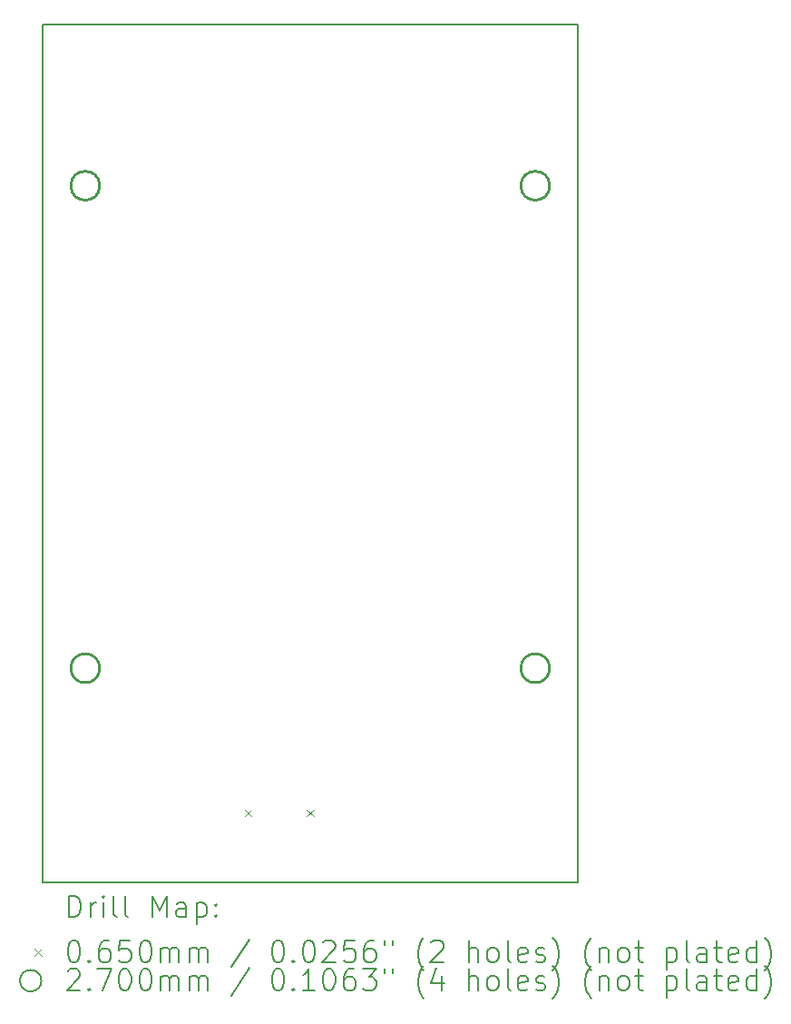
<source format=gbr>
%FSLAX45Y45*%
G04 Gerber Fmt 4.5, Leading zero omitted, Abs format (unit mm)*
G04 Created by KiCad (PCBNEW (6.0.6-0)) date 2023-01-17 18:34:35*
%MOMM*%
%LPD*%
G01*
G04 APERTURE LIST*
%TA.AperFunction,Profile*%
%ADD10C,0.200000*%
%TD*%
%ADD11C,0.200000*%
%ADD12C,0.065000*%
%ADD13C,0.270000*%
G04 APERTURE END LIST*
D10*
X5000000Y-5000000D02*
X10000000Y-5000000D01*
X10000000Y-5000000D02*
X10000000Y-13000000D01*
X10000000Y-13000000D02*
X5000000Y-13000000D01*
X5000000Y-13000000D02*
X5000000Y-5000000D01*
D11*
D12*
X6888500Y-12316000D02*
X6953500Y-12381000D01*
X6953500Y-12316000D02*
X6888500Y-12381000D01*
X7466500Y-12316000D02*
X7531500Y-12381000D01*
X7531500Y-12316000D02*
X7466500Y-12381000D01*
D13*
X5535000Y-6500000D02*
G75*
G03*
X5535000Y-6500000I-135000J0D01*
G01*
X5535000Y-11000000D02*
G75*
G03*
X5535000Y-11000000I-135000J0D01*
G01*
X9735000Y-6500000D02*
G75*
G03*
X9735000Y-6500000I-135000J0D01*
G01*
X9735000Y-11000000D02*
G75*
G03*
X9735000Y-11000000I-135000J0D01*
G01*
D11*
X5247619Y-13320476D02*
X5247619Y-13120476D01*
X5295238Y-13120476D01*
X5323810Y-13130000D01*
X5342857Y-13149048D01*
X5352381Y-13168095D01*
X5361905Y-13206190D01*
X5361905Y-13234762D01*
X5352381Y-13272857D01*
X5342857Y-13291905D01*
X5323810Y-13310952D01*
X5295238Y-13320476D01*
X5247619Y-13320476D01*
X5447619Y-13320476D02*
X5447619Y-13187143D01*
X5447619Y-13225238D02*
X5457143Y-13206190D01*
X5466667Y-13196667D01*
X5485714Y-13187143D01*
X5504762Y-13187143D01*
X5571429Y-13320476D02*
X5571429Y-13187143D01*
X5571429Y-13120476D02*
X5561905Y-13130000D01*
X5571429Y-13139524D01*
X5580952Y-13130000D01*
X5571429Y-13120476D01*
X5571429Y-13139524D01*
X5695238Y-13320476D02*
X5676190Y-13310952D01*
X5666667Y-13291905D01*
X5666667Y-13120476D01*
X5800000Y-13320476D02*
X5780952Y-13310952D01*
X5771428Y-13291905D01*
X5771428Y-13120476D01*
X6028571Y-13320476D02*
X6028571Y-13120476D01*
X6095238Y-13263333D01*
X6161905Y-13120476D01*
X6161905Y-13320476D01*
X6342857Y-13320476D02*
X6342857Y-13215714D01*
X6333333Y-13196667D01*
X6314286Y-13187143D01*
X6276190Y-13187143D01*
X6257143Y-13196667D01*
X6342857Y-13310952D02*
X6323809Y-13320476D01*
X6276190Y-13320476D01*
X6257143Y-13310952D01*
X6247619Y-13291905D01*
X6247619Y-13272857D01*
X6257143Y-13253809D01*
X6276190Y-13244286D01*
X6323809Y-13244286D01*
X6342857Y-13234762D01*
X6438095Y-13187143D02*
X6438095Y-13387143D01*
X6438095Y-13196667D02*
X6457143Y-13187143D01*
X6495238Y-13187143D01*
X6514286Y-13196667D01*
X6523809Y-13206190D01*
X6533333Y-13225238D01*
X6533333Y-13282381D01*
X6523809Y-13301428D01*
X6514286Y-13310952D01*
X6495238Y-13320476D01*
X6457143Y-13320476D01*
X6438095Y-13310952D01*
X6619048Y-13301428D02*
X6628571Y-13310952D01*
X6619048Y-13320476D01*
X6609524Y-13310952D01*
X6619048Y-13301428D01*
X6619048Y-13320476D01*
X6619048Y-13196667D02*
X6628571Y-13206190D01*
X6619048Y-13215714D01*
X6609524Y-13206190D01*
X6619048Y-13196667D01*
X6619048Y-13215714D01*
D12*
X4925000Y-13617500D02*
X4990000Y-13682500D01*
X4990000Y-13617500D02*
X4925000Y-13682500D01*
D11*
X5285714Y-13540476D02*
X5304762Y-13540476D01*
X5323810Y-13550000D01*
X5333333Y-13559524D01*
X5342857Y-13578571D01*
X5352381Y-13616667D01*
X5352381Y-13664286D01*
X5342857Y-13702381D01*
X5333333Y-13721428D01*
X5323810Y-13730952D01*
X5304762Y-13740476D01*
X5285714Y-13740476D01*
X5266667Y-13730952D01*
X5257143Y-13721428D01*
X5247619Y-13702381D01*
X5238095Y-13664286D01*
X5238095Y-13616667D01*
X5247619Y-13578571D01*
X5257143Y-13559524D01*
X5266667Y-13550000D01*
X5285714Y-13540476D01*
X5438095Y-13721428D02*
X5447619Y-13730952D01*
X5438095Y-13740476D01*
X5428571Y-13730952D01*
X5438095Y-13721428D01*
X5438095Y-13740476D01*
X5619048Y-13540476D02*
X5580952Y-13540476D01*
X5561905Y-13550000D01*
X5552381Y-13559524D01*
X5533333Y-13588095D01*
X5523810Y-13626190D01*
X5523810Y-13702381D01*
X5533333Y-13721428D01*
X5542857Y-13730952D01*
X5561905Y-13740476D01*
X5600000Y-13740476D01*
X5619048Y-13730952D01*
X5628571Y-13721428D01*
X5638095Y-13702381D01*
X5638095Y-13654762D01*
X5628571Y-13635714D01*
X5619048Y-13626190D01*
X5600000Y-13616667D01*
X5561905Y-13616667D01*
X5542857Y-13626190D01*
X5533333Y-13635714D01*
X5523810Y-13654762D01*
X5819048Y-13540476D02*
X5723809Y-13540476D01*
X5714286Y-13635714D01*
X5723809Y-13626190D01*
X5742857Y-13616667D01*
X5790476Y-13616667D01*
X5809524Y-13626190D01*
X5819048Y-13635714D01*
X5828571Y-13654762D01*
X5828571Y-13702381D01*
X5819048Y-13721428D01*
X5809524Y-13730952D01*
X5790476Y-13740476D01*
X5742857Y-13740476D01*
X5723809Y-13730952D01*
X5714286Y-13721428D01*
X5952381Y-13540476D02*
X5971428Y-13540476D01*
X5990476Y-13550000D01*
X6000000Y-13559524D01*
X6009524Y-13578571D01*
X6019048Y-13616667D01*
X6019048Y-13664286D01*
X6009524Y-13702381D01*
X6000000Y-13721428D01*
X5990476Y-13730952D01*
X5971428Y-13740476D01*
X5952381Y-13740476D01*
X5933333Y-13730952D01*
X5923809Y-13721428D01*
X5914286Y-13702381D01*
X5904762Y-13664286D01*
X5904762Y-13616667D01*
X5914286Y-13578571D01*
X5923809Y-13559524D01*
X5933333Y-13550000D01*
X5952381Y-13540476D01*
X6104762Y-13740476D02*
X6104762Y-13607143D01*
X6104762Y-13626190D02*
X6114286Y-13616667D01*
X6133333Y-13607143D01*
X6161905Y-13607143D01*
X6180952Y-13616667D01*
X6190476Y-13635714D01*
X6190476Y-13740476D01*
X6190476Y-13635714D02*
X6200000Y-13616667D01*
X6219048Y-13607143D01*
X6247619Y-13607143D01*
X6266667Y-13616667D01*
X6276190Y-13635714D01*
X6276190Y-13740476D01*
X6371428Y-13740476D02*
X6371428Y-13607143D01*
X6371428Y-13626190D02*
X6380952Y-13616667D01*
X6400000Y-13607143D01*
X6428571Y-13607143D01*
X6447619Y-13616667D01*
X6457143Y-13635714D01*
X6457143Y-13740476D01*
X6457143Y-13635714D02*
X6466667Y-13616667D01*
X6485714Y-13607143D01*
X6514286Y-13607143D01*
X6533333Y-13616667D01*
X6542857Y-13635714D01*
X6542857Y-13740476D01*
X6933333Y-13530952D02*
X6761905Y-13788095D01*
X7190476Y-13540476D02*
X7209524Y-13540476D01*
X7228571Y-13550000D01*
X7238095Y-13559524D01*
X7247619Y-13578571D01*
X7257143Y-13616667D01*
X7257143Y-13664286D01*
X7247619Y-13702381D01*
X7238095Y-13721428D01*
X7228571Y-13730952D01*
X7209524Y-13740476D01*
X7190476Y-13740476D01*
X7171428Y-13730952D01*
X7161905Y-13721428D01*
X7152381Y-13702381D01*
X7142857Y-13664286D01*
X7142857Y-13616667D01*
X7152381Y-13578571D01*
X7161905Y-13559524D01*
X7171428Y-13550000D01*
X7190476Y-13540476D01*
X7342857Y-13721428D02*
X7352381Y-13730952D01*
X7342857Y-13740476D01*
X7333333Y-13730952D01*
X7342857Y-13721428D01*
X7342857Y-13740476D01*
X7476190Y-13540476D02*
X7495238Y-13540476D01*
X7514286Y-13550000D01*
X7523809Y-13559524D01*
X7533333Y-13578571D01*
X7542857Y-13616667D01*
X7542857Y-13664286D01*
X7533333Y-13702381D01*
X7523809Y-13721428D01*
X7514286Y-13730952D01*
X7495238Y-13740476D01*
X7476190Y-13740476D01*
X7457143Y-13730952D01*
X7447619Y-13721428D01*
X7438095Y-13702381D01*
X7428571Y-13664286D01*
X7428571Y-13616667D01*
X7438095Y-13578571D01*
X7447619Y-13559524D01*
X7457143Y-13550000D01*
X7476190Y-13540476D01*
X7619048Y-13559524D02*
X7628571Y-13550000D01*
X7647619Y-13540476D01*
X7695238Y-13540476D01*
X7714286Y-13550000D01*
X7723809Y-13559524D01*
X7733333Y-13578571D01*
X7733333Y-13597619D01*
X7723809Y-13626190D01*
X7609524Y-13740476D01*
X7733333Y-13740476D01*
X7914286Y-13540476D02*
X7819048Y-13540476D01*
X7809524Y-13635714D01*
X7819048Y-13626190D01*
X7838095Y-13616667D01*
X7885714Y-13616667D01*
X7904762Y-13626190D01*
X7914286Y-13635714D01*
X7923809Y-13654762D01*
X7923809Y-13702381D01*
X7914286Y-13721428D01*
X7904762Y-13730952D01*
X7885714Y-13740476D01*
X7838095Y-13740476D01*
X7819048Y-13730952D01*
X7809524Y-13721428D01*
X8095238Y-13540476D02*
X8057143Y-13540476D01*
X8038095Y-13550000D01*
X8028571Y-13559524D01*
X8009524Y-13588095D01*
X8000000Y-13626190D01*
X8000000Y-13702381D01*
X8009524Y-13721428D01*
X8019048Y-13730952D01*
X8038095Y-13740476D01*
X8076190Y-13740476D01*
X8095238Y-13730952D01*
X8104762Y-13721428D01*
X8114286Y-13702381D01*
X8114286Y-13654762D01*
X8104762Y-13635714D01*
X8095238Y-13626190D01*
X8076190Y-13616667D01*
X8038095Y-13616667D01*
X8019048Y-13626190D01*
X8009524Y-13635714D01*
X8000000Y-13654762D01*
X8190476Y-13540476D02*
X8190476Y-13578571D01*
X8266667Y-13540476D02*
X8266667Y-13578571D01*
X8561905Y-13816667D02*
X8552381Y-13807143D01*
X8533333Y-13778571D01*
X8523810Y-13759524D01*
X8514286Y-13730952D01*
X8504762Y-13683333D01*
X8504762Y-13645238D01*
X8514286Y-13597619D01*
X8523810Y-13569048D01*
X8533333Y-13550000D01*
X8552381Y-13521428D01*
X8561905Y-13511905D01*
X8628571Y-13559524D02*
X8638095Y-13550000D01*
X8657143Y-13540476D01*
X8704762Y-13540476D01*
X8723810Y-13550000D01*
X8733333Y-13559524D01*
X8742857Y-13578571D01*
X8742857Y-13597619D01*
X8733333Y-13626190D01*
X8619048Y-13740476D01*
X8742857Y-13740476D01*
X8980952Y-13740476D02*
X8980952Y-13540476D01*
X9066667Y-13740476D02*
X9066667Y-13635714D01*
X9057143Y-13616667D01*
X9038095Y-13607143D01*
X9009524Y-13607143D01*
X8990476Y-13616667D01*
X8980952Y-13626190D01*
X9190476Y-13740476D02*
X9171429Y-13730952D01*
X9161905Y-13721428D01*
X9152381Y-13702381D01*
X9152381Y-13645238D01*
X9161905Y-13626190D01*
X9171429Y-13616667D01*
X9190476Y-13607143D01*
X9219048Y-13607143D01*
X9238095Y-13616667D01*
X9247619Y-13626190D01*
X9257143Y-13645238D01*
X9257143Y-13702381D01*
X9247619Y-13721428D01*
X9238095Y-13730952D01*
X9219048Y-13740476D01*
X9190476Y-13740476D01*
X9371429Y-13740476D02*
X9352381Y-13730952D01*
X9342857Y-13711905D01*
X9342857Y-13540476D01*
X9523810Y-13730952D02*
X9504762Y-13740476D01*
X9466667Y-13740476D01*
X9447619Y-13730952D01*
X9438095Y-13711905D01*
X9438095Y-13635714D01*
X9447619Y-13616667D01*
X9466667Y-13607143D01*
X9504762Y-13607143D01*
X9523810Y-13616667D01*
X9533333Y-13635714D01*
X9533333Y-13654762D01*
X9438095Y-13673809D01*
X9609524Y-13730952D02*
X9628571Y-13740476D01*
X9666667Y-13740476D01*
X9685714Y-13730952D01*
X9695238Y-13711905D01*
X9695238Y-13702381D01*
X9685714Y-13683333D01*
X9666667Y-13673809D01*
X9638095Y-13673809D01*
X9619048Y-13664286D01*
X9609524Y-13645238D01*
X9609524Y-13635714D01*
X9619048Y-13616667D01*
X9638095Y-13607143D01*
X9666667Y-13607143D01*
X9685714Y-13616667D01*
X9761905Y-13816667D02*
X9771429Y-13807143D01*
X9790476Y-13778571D01*
X9800000Y-13759524D01*
X9809524Y-13730952D01*
X9819048Y-13683333D01*
X9819048Y-13645238D01*
X9809524Y-13597619D01*
X9800000Y-13569048D01*
X9790476Y-13550000D01*
X9771429Y-13521428D01*
X9761905Y-13511905D01*
X10123810Y-13816667D02*
X10114286Y-13807143D01*
X10095238Y-13778571D01*
X10085714Y-13759524D01*
X10076190Y-13730952D01*
X10066667Y-13683333D01*
X10066667Y-13645238D01*
X10076190Y-13597619D01*
X10085714Y-13569048D01*
X10095238Y-13550000D01*
X10114286Y-13521428D01*
X10123810Y-13511905D01*
X10200000Y-13607143D02*
X10200000Y-13740476D01*
X10200000Y-13626190D02*
X10209524Y-13616667D01*
X10228571Y-13607143D01*
X10257143Y-13607143D01*
X10276190Y-13616667D01*
X10285714Y-13635714D01*
X10285714Y-13740476D01*
X10409524Y-13740476D02*
X10390476Y-13730952D01*
X10380952Y-13721428D01*
X10371429Y-13702381D01*
X10371429Y-13645238D01*
X10380952Y-13626190D01*
X10390476Y-13616667D01*
X10409524Y-13607143D01*
X10438095Y-13607143D01*
X10457143Y-13616667D01*
X10466667Y-13626190D01*
X10476190Y-13645238D01*
X10476190Y-13702381D01*
X10466667Y-13721428D01*
X10457143Y-13730952D01*
X10438095Y-13740476D01*
X10409524Y-13740476D01*
X10533333Y-13607143D02*
X10609524Y-13607143D01*
X10561905Y-13540476D02*
X10561905Y-13711905D01*
X10571429Y-13730952D01*
X10590476Y-13740476D01*
X10609524Y-13740476D01*
X10828571Y-13607143D02*
X10828571Y-13807143D01*
X10828571Y-13616667D02*
X10847619Y-13607143D01*
X10885714Y-13607143D01*
X10904762Y-13616667D01*
X10914286Y-13626190D01*
X10923810Y-13645238D01*
X10923810Y-13702381D01*
X10914286Y-13721428D01*
X10904762Y-13730952D01*
X10885714Y-13740476D01*
X10847619Y-13740476D01*
X10828571Y-13730952D01*
X11038095Y-13740476D02*
X11019048Y-13730952D01*
X11009524Y-13711905D01*
X11009524Y-13540476D01*
X11200000Y-13740476D02*
X11200000Y-13635714D01*
X11190476Y-13616667D01*
X11171429Y-13607143D01*
X11133333Y-13607143D01*
X11114286Y-13616667D01*
X11200000Y-13730952D02*
X11180952Y-13740476D01*
X11133333Y-13740476D01*
X11114286Y-13730952D01*
X11104762Y-13711905D01*
X11104762Y-13692857D01*
X11114286Y-13673809D01*
X11133333Y-13664286D01*
X11180952Y-13664286D01*
X11200000Y-13654762D01*
X11266667Y-13607143D02*
X11342857Y-13607143D01*
X11295238Y-13540476D02*
X11295238Y-13711905D01*
X11304762Y-13730952D01*
X11323809Y-13740476D01*
X11342857Y-13740476D01*
X11485714Y-13730952D02*
X11466667Y-13740476D01*
X11428571Y-13740476D01*
X11409524Y-13730952D01*
X11400000Y-13711905D01*
X11400000Y-13635714D01*
X11409524Y-13616667D01*
X11428571Y-13607143D01*
X11466667Y-13607143D01*
X11485714Y-13616667D01*
X11495238Y-13635714D01*
X11495238Y-13654762D01*
X11400000Y-13673809D01*
X11666667Y-13740476D02*
X11666667Y-13540476D01*
X11666667Y-13730952D02*
X11647619Y-13740476D01*
X11609524Y-13740476D01*
X11590476Y-13730952D01*
X11580952Y-13721428D01*
X11571428Y-13702381D01*
X11571428Y-13645238D01*
X11580952Y-13626190D01*
X11590476Y-13616667D01*
X11609524Y-13607143D01*
X11647619Y-13607143D01*
X11666667Y-13616667D01*
X11742857Y-13816667D02*
X11752381Y-13807143D01*
X11771428Y-13778571D01*
X11780952Y-13759524D01*
X11790476Y-13730952D01*
X11800000Y-13683333D01*
X11800000Y-13645238D01*
X11790476Y-13597619D01*
X11780952Y-13569048D01*
X11771428Y-13550000D01*
X11752381Y-13521428D01*
X11742857Y-13511905D01*
X4990000Y-13914000D02*
G75*
G03*
X4990000Y-13914000I-100000J0D01*
G01*
X5238095Y-13823524D02*
X5247619Y-13814000D01*
X5266667Y-13804476D01*
X5314286Y-13804476D01*
X5333333Y-13814000D01*
X5342857Y-13823524D01*
X5352381Y-13842571D01*
X5352381Y-13861619D01*
X5342857Y-13890190D01*
X5228571Y-14004476D01*
X5352381Y-14004476D01*
X5438095Y-13985428D02*
X5447619Y-13994952D01*
X5438095Y-14004476D01*
X5428571Y-13994952D01*
X5438095Y-13985428D01*
X5438095Y-14004476D01*
X5514286Y-13804476D02*
X5647619Y-13804476D01*
X5561905Y-14004476D01*
X5761905Y-13804476D02*
X5780952Y-13804476D01*
X5800000Y-13814000D01*
X5809524Y-13823524D01*
X5819048Y-13842571D01*
X5828571Y-13880667D01*
X5828571Y-13928286D01*
X5819048Y-13966381D01*
X5809524Y-13985428D01*
X5800000Y-13994952D01*
X5780952Y-14004476D01*
X5761905Y-14004476D01*
X5742857Y-13994952D01*
X5733333Y-13985428D01*
X5723809Y-13966381D01*
X5714286Y-13928286D01*
X5714286Y-13880667D01*
X5723809Y-13842571D01*
X5733333Y-13823524D01*
X5742857Y-13814000D01*
X5761905Y-13804476D01*
X5952381Y-13804476D02*
X5971428Y-13804476D01*
X5990476Y-13814000D01*
X6000000Y-13823524D01*
X6009524Y-13842571D01*
X6019048Y-13880667D01*
X6019048Y-13928286D01*
X6009524Y-13966381D01*
X6000000Y-13985428D01*
X5990476Y-13994952D01*
X5971428Y-14004476D01*
X5952381Y-14004476D01*
X5933333Y-13994952D01*
X5923809Y-13985428D01*
X5914286Y-13966381D01*
X5904762Y-13928286D01*
X5904762Y-13880667D01*
X5914286Y-13842571D01*
X5923809Y-13823524D01*
X5933333Y-13814000D01*
X5952381Y-13804476D01*
X6104762Y-14004476D02*
X6104762Y-13871143D01*
X6104762Y-13890190D02*
X6114286Y-13880667D01*
X6133333Y-13871143D01*
X6161905Y-13871143D01*
X6180952Y-13880667D01*
X6190476Y-13899714D01*
X6190476Y-14004476D01*
X6190476Y-13899714D02*
X6200000Y-13880667D01*
X6219048Y-13871143D01*
X6247619Y-13871143D01*
X6266667Y-13880667D01*
X6276190Y-13899714D01*
X6276190Y-14004476D01*
X6371428Y-14004476D02*
X6371428Y-13871143D01*
X6371428Y-13890190D02*
X6380952Y-13880667D01*
X6400000Y-13871143D01*
X6428571Y-13871143D01*
X6447619Y-13880667D01*
X6457143Y-13899714D01*
X6457143Y-14004476D01*
X6457143Y-13899714D02*
X6466667Y-13880667D01*
X6485714Y-13871143D01*
X6514286Y-13871143D01*
X6533333Y-13880667D01*
X6542857Y-13899714D01*
X6542857Y-14004476D01*
X6933333Y-13794952D02*
X6761905Y-14052095D01*
X7190476Y-13804476D02*
X7209524Y-13804476D01*
X7228571Y-13814000D01*
X7238095Y-13823524D01*
X7247619Y-13842571D01*
X7257143Y-13880667D01*
X7257143Y-13928286D01*
X7247619Y-13966381D01*
X7238095Y-13985428D01*
X7228571Y-13994952D01*
X7209524Y-14004476D01*
X7190476Y-14004476D01*
X7171428Y-13994952D01*
X7161905Y-13985428D01*
X7152381Y-13966381D01*
X7142857Y-13928286D01*
X7142857Y-13880667D01*
X7152381Y-13842571D01*
X7161905Y-13823524D01*
X7171428Y-13814000D01*
X7190476Y-13804476D01*
X7342857Y-13985428D02*
X7352381Y-13994952D01*
X7342857Y-14004476D01*
X7333333Y-13994952D01*
X7342857Y-13985428D01*
X7342857Y-14004476D01*
X7542857Y-14004476D02*
X7428571Y-14004476D01*
X7485714Y-14004476D02*
X7485714Y-13804476D01*
X7466667Y-13833048D01*
X7447619Y-13852095D01*
X7428571Y-13861619D01*
X7666667Y-13804476D02*
X7685714Y-13804476D01*
X7704762Y-13814000D01*
X7714286Y-13823524D01*
X7723809Y-13842571D01*
X7733333Y-13880667D01*
X7733333Y-13928286D01*
X7723809Y-13966381D01*
X7714286Y-13985428D01*
X7704762Y-13994952D01*
X7685714Y-14004476D01*
X7666667Y-14004476D01*
X7647619Y-13994952D01*
X7638095Y-13985428D01*
X7628571Y-13966381D01*
X7619048Y-13928286D01*
X7619048Y-13880667D01*
X7628571Y-13842571D01*
X7638095Y-13823524D01*
X7647619Y-13814000D01*
X7666667Y-13804476D01*
X7904762Y-13804476D02*
X7866667Y-13804476D01*
X7847619Y-13814000D01*
X7838095Y-13823524D01*
X7819048Y-13852095D01*
X7809524Y-13890190D01*
X7809524Y-13966381D01*
X7819048Y-13985428D01*
X7828571Y-13994952D01*
X7847619Y-14004476D01*
X7885714Y-14004476D01*
X7904762Y-13994952D01*
X7914286Y-13985428D01*
X7923809Y-13966381D01*
X7923809Y-13918762D01*
X7914286Y-13899714D01*
X7904762Y-13890190D01*
X7885714Y-13880667D01*
X7847619Y-13880667D01*
X7828571Y-13890190D01*
X7819048Y-13899714D01*
X7809524Y-13918762D01*
X7990476Y-13804476D02*
X8114286Y-13804476D01*
X8047619Y-13880667D01*
X8076190Y-13880667D01*
X8095238Y-13890190D01*
X8104762Y-13899714D01*
X8114286Y-13918762D01*
X8114286Y-13966381D01*
X8104762Y-13985428D01*
X8095238Y-13994952D01*
X8076190Y-14004476D01*
X8019048Y-14004476D01*
X8000000Y-13994952D01*
X7990476Y-13985428D01*
X8190476Y-13804476D02*
X8190476Y-13842571D01*
X8266667Y-13804476D02*
X8266667Y-13842571D01*
X8561905Y-14080667D02*
X8552381Y-14071143D01*
X8533333Y-14042571D01*
X8523810Y-14023524D01*
X8514286Y-13994952D01*
X8504762Y-13947333D01*
X8504762Y-13909238D01*
X8514286Y-13861619D01*
X8523810Y-13833048D01*
X8533333Y-13814000D01*
X8552381Y-13785428D01*
X8561905Y-13775905D01*
X8723810Y-13871143D02*
X8723810Y-14004476D01*
X8676190Y-13794952D02*
X8628571Y-13937809D01*
X8752381Y-13937809D01*
X8980952Y-14004476D02*
X8980952Y-13804476D01*
X9066667Y-14004476D02*
X9066667Y-13899714D01*
X9057143Y-13880667D01*
X9038095Y-13871143D01*
X9009524Y-13871143D01*
X8990476Y-13880667D01*
X8980952Y-13890190D01*
X9190476Y-14004476D02*
X9171429Y-13994952D01*
X9161905Y-13985428D01*
X9152381Y-13966381D01*
X9152381Y-13909238D01*
X9161905Y-13890190D01*
X9171429Y-13880667D01*
X9190476Y-13871143D01*
X9219048Y-13871143D01*
X9238095Y-13880667D01*
X9247619Y-13890190D01*
X9257143Y-13909238D01*
X9257143Y-13966381D01*
X9247619Y-13985428D01*
X9238095Y-13994952D01*
X9219048Y-14004476D01*
X9190476Y-14004476D01*
X9371429Y-14004476D02*
X9352381Y-13994952D01*
X9342857Y-13975905D01*
X9342857Y-13804476D01*
X9523810Y-13994952D02*
X9504762Y-14004476D01*
X9466667Y-14004476D01*
X9447619Y-13994952D01*
X9438095Y-13975905D01*
X9438095Y-13899714D01*
X9447619Y-13880667D01*
X9466667Y-13871143D01*
X9504762Y-13871143D01*
X9523810Y-13880667D01*
X9533333Y-13899714D01*
X9533333Y-13918762D01*
X9438095Y-13937809D01*
X9609524Y-13994952D02*
X9628571Y-14004476D01*
X9666667Y-14004476D01*
X9685714Y-13994952D01*
X9695238Y-13975905D01*
X9695238Y-13966381D01*
X9685714Y-13947333D01*
X9666667Y-13937809D01*
X9638095Y-13937809D01*
X9619048Y-13928286D01*
X9609524Y-13909238D01*
X9609524Y-13899714D01*
X9619048Y-13880667D01*
X9638095Y-13871143D01*
X9666667Y-13871143D01*
X9685714Y-13880667D01*
X9761905Y-14080667D02*
X9771429Y-14071143D01*
X9790476Y-14042571D01*
X9800000Y-14023524D01*
X9809524Y-13994952D01*
X9819048Y-13947333D01*
X9819048Y-13909238D01*
X9809524Y-13861619D01*
X9800000Y-13833048D01*
X9790476Y-13814000D01*
X9771429Y-13785428D01*
X9761905Y-13775905D01*
X10123810Y-14080667D02*
X10114286Y-14071143D01*
X10095238Y-14042571D01*
X10085714Y-14023524D01*
X10076190Y-13994952D01*
X10066667Y-13947333D01*
X10066667Y-13909238D01*
X10076190Y-13861619D01*
X10085714Y-13833048D01*
X10095238Y-13814000D01*
X10114286Y-13785428D01*
X10123810Y-13775905D01*
X10200000Y-13871143D02*
X10200000Y-14004476D01*
X10200000Y-13890190D02*
X10209524Y-13880667D01*
X10228571Y-13871143D01*
X10257143Y-13871143D01*
X10276190Y-13880667D01*
X10285714Y-13899714D01*
X10285714Y-14004476D01*
X10409524Y-14004476D02*
X10390476Y-13994952D01*
X10380952Y-13985428D01*
X10371429Y-13966381D01*
X10371429Y-13909238D01*
X10380952Y-13890190D01*
X10390476Y-13880667D01*
X10409524Y-13871143D01*
X10438095Y-13871143D01*
X10457143Y-13880667D01*
X10466667Y-13890190D01*
X10476190Y-13909238D01*
X10476190Y-13966381D01*
X10466667Y-13985428D01*
X10457143Y-13994952D01*
X10438095Y-14004476D01*
X10409524Y-14004476D01*
X10533333Y-13871143D02*
X10609524Y-13871143D01*
X10561905Y-13804476D02*
X10561905Y-13975905D01*
X10571429Y-13994952D01*
X10590476Y-14004476D01*
X10609524Y-14004476D01*
X10828571Y-13871143D02*
X10828571Y-14071143D01*
X10828571Y-13880667D02*
X10847619Y-13871143D01*
X10885714Y-13871143D01*
X10904762Y-13880667D01*
X10914286Y-13890190D01*
X10923810Y-13909238D01*
X10923810Y-13966381D01*
X10914286Y-13985428D01*
X10904762Y-13994952D01*
X10885714Y-14004476D01*
X10847619Y-14004476D01*
X10828571Y-13994952D01*
X11038095Y-14004476D02*
X11019048Y-13994952D01*
X11009524Y-13975905D01*
X11009524Y-13804476D01*
X11200000Y-14004476D02*
X11200000Y-13899714D01*
X11190476Y-13880667D01*
X11171429Y-13871143D01*
X11133333Y-13871143D01*
X11114286Y-13880667D01*
X11200000Y-13994952D02*
X11180952Y-14004476D01*
X11133333Y-14004476D01*
X11114286Y-13994952D01*
X11104762Y-13975905D01*
X11104762Y-13956857D01*
X11114286Y-13937809D01*
X11133333Y-13928286D01*
X11180952Y-13928286D01*
X11200000Y-13918762D01*
X11266667Y-13871143D02*
X11342857Y-13871143D01*
X11295238Y-13804476D02*
X11295238Y-13975905D01*
X11304762Y-13994952D01*
X11323809Y-14004476D01*
X11342857Y-14004476D01*
X11485714Y-13994952D02*
X11466667Y-14004476D01*
X11428571Y-14004476D01*
X11409524Y-13994952D01*
X11400000Y-13975905D01*
X11400000Y-13899714D01*
X11409524Y-13880667D01*
X11428571Y-13871143D01*
X11466667Y-13871143D01*
X11485714Y-13880667D01*
X11495238Y-13899714D01*
X11495238Y-13918762D01*
X11400000Y-13937809D01*
X11666667Y-14004476D02*
X11666667Y-13804476D01*
X11666667Y-13994952D02*
X11647619Y-14004476D01*
X11609524Y-14004476D01*
X11590476Y-13994952D01*
X11580952Y-13985428D01*
X11571428Y-13966381D01*
X11571428Y-13909238D01*
X11580952Y-13890190D01*
X11590476Y-13880667D01*
X11609524Y-13871143D01*
X11647619Y-13871143D01*
X11666667Y-13880667D01*
X11742857Y-14080667D02*
X11752381Y-14071143D01*
X11771428Y-14042571D01*
X11780952Y-14023524D01*
X11790476Y-13994952D01*
X11800000Y-13947333D01*
X11800000Y-13909238D01*
X11790476Y-13861619D01*
X11780952Y-13833048D01*
X11771428Y-13814000D01*
X11752381Y-13785428D01*
X11742857Y-13775905D01*
M02*

</source>
